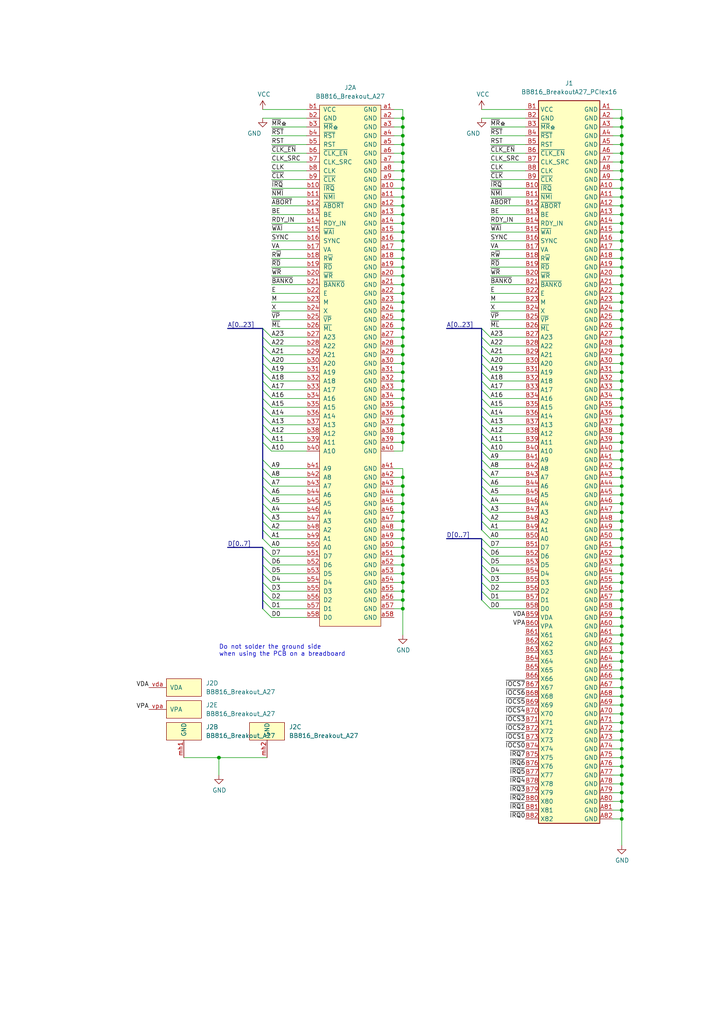
<source format=kicad_sch>
(kicad_sch (version 20231120) (generator "eeschema") (generator_version "8.0")
  (paper "A4" portrait)
  (junction (at 180.34 54.61))
  (junction (at 180.34 128.27))
  (junction (at 180.34 214.63))
  (junction (at 116.84 173.99))
  (junction (at 116.84 69.85))
  (junction (at 116.84 95.25))
  (junction (at 180.34 118.11))
  (junction (at 180.34 44.45))
  (junction (at 116.84 92.71))
  (junction (at 180.34 59.69))
  (junction (at 180.34 209.55))
  (junction (at 180.34 92.71))
  (junction (at 180.34 135.89))
  (junction (at 180.34 179.07))
  (junction (at 116.84 59.69))
  (junction (at 180.34 72.39))
  (junction (at 180.34 173.99))
  (junction (at 180.34 77.47))
  (junction (at 180.34 74.93))
  (junction (at 116.84 64.77))
  (junction (at 180.34 217.17))
  (junction (at 180.34 102.87))
  (junction (at 180.34 100.33))
  (junction (at 116.84 176.53))
  (junction (at 180.34 90.17))
  (junction (at 116.84 100.33))
  (junction (at 180.34 49.53))
  (junction (at 116.84 138.43))
  (junction (at 180.34 125.73))
  (junction (at 180.34 148.59))
  (junction (at 180.34 87.63))
  (junction (at 116.84 74.93))
  (junction (at 180.34 224.79))
  (junction (at 180.34 219.71))
  (junction (at 180.34 138.43))
  (junction (at 116.84 105.41))
  (junction (at 180.34 105.41))
  (junction (at 116.84 85.09))
  (junction (at 116.84 110.49))
  (junction (at 116.84 57.15))
  (junction (at 116.84 143.51))
  (junction (at 180.34 107.95))
  (junction (at 116.84 120.65))
  (junction (at 180.34 166.37))
  (junction (at 180.34 46.99))
  (junction (at 180.34 34.29))
  (junction (at 116.84 151.13))
  (junction (at 116.84 107.95))
  (junction (at 180.34 199.39))
  (junction (at 116.84 118.11))
  (junction (at 180.34 41.91))
  (junction (at 180.34 201.93))
  (junction (at 180.34 130.81))
  (junction (at 180.34 153.67))
  (junction (at 116.84 113.03))
  (junction (at 180.34 163.83))
  (junction (at 180.34 133.35))
  (junction (at 180.34 194.31))
  (junction (at 180.34 184.15))
  (junction (at 180.34 67.31))
  (junction (at 116.84 166.37))
  (junction (at 63.5 219.71))
  (junction (at 180.34 237.49))
  (junction (at 116.84 44.45))
  (junction (at 180.34 171.45))
  (junction (at 116.84 97.79))
  (junction (at 180.34 176.53))
  (junction (at 180.34 222.25))
  (junction (at 116.84 128.27))
  (junction (at 180.34 204.47))
  (junction (at 180.34 227.33))
  (junction (at 116.84 158.75))
  (junction (at 180.34 110.49))
  (junction (at 116.84 77.47))
  (junction (at 116.84 102.87))
  (junction (at 180.34 82.55))
  (junction (at 116.84 52.07))
  (junction (at 116.84 39.37))
  (junction (at 180.34 85.09))
  (junction (at 116.84 156.21))
  (junction (at 180.34 52.07))
  (junction (at 180.34 189.23))
  (junction (at 116.84 62.23))
  (junction (at 180.34 97.79))
  (junction (at 116.84 36.83))
  (junction (at 180.34 95.25))
  (junction (at 180.34 69.85))
  (junction (at 116.84 46.99))
  (junction (at 116.84 90.17))
  (junction (at 116.84 171.45))
  (junction (at 180.34 168.91))
  (junction (at 180.34 120.65))
  (junction (at 116.84 67.31))
  (junction (at 180.34 186.69))
  (junction (at 116.84 54.61))
  (junction (at 116.84 146.05))
  (junction (at 116.84 34.29))
  (junction (at 180.34 62.23))
  (junction (at 180.34 191.77))
  (junction (at 180.34 36.83))
  (junction (at 116.84 140.97))
  (junction (at 180.34 57.15))
  (junction (at 180.34 207.01))
  (junction (at 180.34 115.57))
  (junction (at 116.84 82.55))
  (junction (at 180.34 156.21))
  (junction (at 116.84 125.73))
  (junction (at 180.34 161.29))
  (junction (at 180.34 158.75))
  (junction (at 116.84 115.57))
  (junction (at 180.34 196.85))
  (junction (at 116.84 123.19))
  (junction (at 180.34 232.41))
  (junction (at 180.34 146.05))
  (junction (at 116.84 49.53))
  (junction (at 116.84 80.01))
  (junction (at 116.84 72.39))
  (junction (at 180.34 234.95))
  (junction (at 180.34 39.37))
  (junction (at 116.84 148.59))
  (junction (at 180.34 143.51))
  (junction (at 116.84 163.83))
  (junction (at 180.34 181.61))
  (junction (at 116.84 87.63))
  (junction (at 116.84 41.91))
  (junction (at 116.84 153.67))
  (junction (at 116.84 161.29))
  (junction (at 180.34 113.03))
  (junction (at 180.34 80.01))
  (junction (at 180.34 151.13))
  (junction (at 180.34 229.87))
  (junction (at 116.84 168.91))
  (junction (at 180.34 212.09))
  (junction (at 180.34 123.19))
  (junction (at 180.34 140.97))
  (junction (at 180.34 64.77))
  (bus_entry (at 76.2 138.43) (size 2.54 2.54))
  (bus_entry (at 76.2 153.67) (size 2.54 2.54))
  (bus_entry (at 139.7 151.13) (size 2.54 2.54))
  (bus_entry (at 139.7 125.73) (size 2.54 2.54))
  (bus_entry (at 139.7 146.05) (size 2.54 2.54))
  (bus_entry (at 139.7 118.11) (size 2.54 2.54))
  (bus_entry (at 76.2 120.65) (size 2.54 2.54))
  (bus_entry (at 139.7 168.91) (size 2.54 2.54))
  (bus_entry (at 139.7 156.21) (size 2.54 2.54))
  (bus_entry (at 139.7 97.79) (size 2.54 2.54))
  (bus_entry (at 139.7 161.29) (size 2.54 2.54))
  (bus_entry (at 76.2 151.13) (size 2.54 2.54))
  (bus_entry (at 139.7 113.03) (size 2.54 2.54))
  (bus_entry (at 139.7 102.87) (size 2.54 2.54))
  (bus_entry (at 76.2 100.33) (size 2.54 2.54))
  (bus_entry (at 76.2 166.37) (size 2.54 2.54))
  (bus_entry (at 76.2 161.29) (size 2.54 2.54))
  (bus_entry (at 76.2 163.83) (size 2.54 2.54))
  (bus_entry (at 139.7 171.45) (size 2.54 2.54))
  (bus_entry (at 139.7 140.97) (size 2.54 2.54))
  (bus_entry (at 76.2 125.73) (size 2.54 2.54))
  (bus_entry (at 76.2 146.05) (size 2.54 2.54))
  (bus_entry (at 139.7 95.25) (size 2.54 2.54))
  (bus_entry (at 76.2 135.89) (size 2.54 2.54))
  (bus_entry (at 76.2 148.59) (size 2.54 2.54))
  (bus_entry (at 76.2 113.03) (size 2.54 2.54))
  (bus_entry (at 139.7 120.65) (size 2.54 2.54))
  (bus_entry (at 76.2 168.91) (size 2.54 2.54))
  (bus_entry (at 76.2 176.53) (size 2.54 2.54))
  (bus_entry (at 76.2 158.75) (size 2.54 2.54))
  (bus_entry (at 139.7 138.43) (size 2.54 2.54))
  (bus_entry (at 76.2 128.27) (size 2.54 2.54))
  (bus_entry (at 76.2 102.87) (size 2.54 2.54))
  (bus_entry (at 76.2 133.35) (size 2.54 2.54))
  (bus_entry (at 76.2 118.11) (size 2.54 2.54))
  (bus_entry (at 139.7 105.41) (size 2.54 2.54))
  (bus_entry (at 139.7 166.37) (size 2.54 2.54))
  (bus_entry (at 139.7 163.83) (size 2.54 2.54))
  (bus_entry (at 76.2 171.45) (size 2.54 2.54))
  (bus_entry (at 76.2 105.41) (size 2.54 2.54))
  (bus_entry (at 76.2 156.21) (size 2.54 2.54))
  (bus_entry (at 76.2 173.99) (size 2.54 2.54))
  (bus_entry (at 139.7 148.59) (size 2.54 2.54))
  (bus_entry (at 76.2 140.97) (size 2.54 2.54))
  (bus_entry (at 139.7 133.35) (size 2.54 2.54))
  (bus_entry (at 139.7 173.99) (size 2.54 2.54))
  (bus_entry (at 139.7 100.33) (size 2.54 2.54))
  (bus_entry (at 76.2 115.57) (size 2.54 2.54))
  (bus_entry (at 76.2 123.19) (size 2.54 2.54))
  (bus_entry (at 139.7 107.95) (size 2.54 2.54))
  (bus_entry (at 139.7 143.51) (size 2.54 2.54))
  (bus_entry (at 139.7 158.75) (size 2.54 2.54))
  (bus_entry (at 139.7 128.27) (size 2.54 2.54))
  (bus_entry (at 76.2 110.49) (size 2.54 2.54))
  (bus_entry (at 139.7 110.49) (size 2.54 2.54))
  (bus_entry (at 139.7 135.89) (size 2.54 2.54))
  (bus_entry (at 139.7 123.19) (size 2.54 2.54))
  (bus_entry (at 76.2 95.25) (size 2.54 2.54))
  (bus_entry (at 76.2 143.51) (size 2.54 2.54))
  (bus_entry (at 139.7 153.67) (size 2.54 2.54))
  (bus_entry (at 139.7 115.57) (size 2.54 2.54))
  (bus_entry (at 76.2 97.79) (size 2.54 2.54))
  (bus_entry (at 139.7 130.81) (size 2.54 2.54))
  (bus_entry (at 76.2 107.95) (size 2.54 2.54))
  (wire (pts (xy 180.34 158.75) (xy 177.8 158.75)))
  (wire (pts (xy 180.34 46.99) (xy 180.34 49.53)))
  (wire (pts (xy 142.24 168.91) (xy 152.4 168.91)))
  (wire (pts (xy 116.84 52.07) (xy 114.3 52.07)))
  (bus (pts (xy 139.7 100.33) (xy 139.7 97.79)))
  (wire (pts (xy 180.34 77.47) (xy 177.8 77.47)))
  (wire (pts (xy 180.34 135.89) (xy 177.8 135.89)))
  (wire (pts (xy 142.24 57.15) (xy 152.4 57.15)))
  (wire (pts (xy 142.24 110.49) (xy 152.4 110.49)))
  (wire (pts (xy 78.74 90.17) (xy 88.9 90.17)))
  (wire (pts (xy 116.84 39.37) (xy 114.3 39.37)))
  (wire (pts (xy 180.34 209.55) (xy 180.34 212.09)))
  (wire (pts (xy 116.84 135.89) (xy 116.84 138.43)))
  (wire (pts (xy 180.34 138.43) (xy 180.34 140.97)))
  (wire (pts (xy 180.34 148.59) (xy 180.34 151.13)))
  (bus (pts (xy 139.7 125.73) (xy 139.7 123.19)))
  (wire (pts (xy 142.24 158.75) (xy 152.4 158.75)))
  (wire (pts (xy 180.34 36.83) (xy 177.8 36.83)))
  (wire (pts (xy 142.24 92.71) (xy 152.4 92.71)))
  (wire (pts (xy 78.74 69.85) (xy 88.9 69.85)))
  (wire (pts (xy 63.5 219.71) (xy 77.47 219.71)))
  (wire (pts (xy 180.34 161.29) (xy 180.34 163.83)))
  (wire (pts (xy 180.34 148.59) (xy 177.8 148.59)))
  (wire (pts (xy 180.34 199.39) (xy 177.8 199.39)))
  (wire (pts (xy 180.34 90.17) (xy 177.8 90.17)))
  (bus (pts (xy 76.2 128.27) (xy 76.2 125.73)))
  (wire (pts (xy 142.24 138.43) (xy 152.4 138.43)))
  (wire (pts (xy 116.84 118.11) (xy 114.3 118.11)))
  (wire (pts (xy 142.24 143.51) (xy 152.4 143.51)))
  (wire (pts (xy 78.74 54.61) (xy 88.9 54.61)))
  (bus (pts (xy 76.2 161.29) (xy 76.2 163.83)))
  (wire (pts (xy 180.34 217.17) (xy 177.8 217.17)))
  (bus (pts (xy 139.7 151.13) (xy 139.7 153.67)))
  (wire (pts (xy 78.74 77.47) (xy 88.9 77.47)))
  (wire (pts (xy 180.34 34.29) (xy 180.34 36.83)))
  (wire (pts (xy 180.34 204.47) (xy 180.34 207.01)))
  (wire (pts (xy 142.24 67.31) (xy 152.4 67.31)))
  (wire (pts (xy 78.74 39.37) (xy 88.9 39.37)))
  (wire (pts (xy 116.84 113.03) (xy 116.84 115.57)))
  (wire (pts (xy 180.34 199.39) (xy 180.34 201.93)))
  (wire (pts (xy 180.34 201.93) (xy 180.34 204.47)))
  (wire (pts (xy 180.34 176.53) (xy 180.34 179.07)))
  (wire (pts (xy 116.84 163.83) (xy 114.3 163.83)))
  (bus (pts (xy 76.2 135.89) (xy 76.2 133.35)))
  (wire (pts (xy 142.24 46.99) (xy 152.4 46.99)))
  (wire (pts (xy 180.34 176.53) (xy 177.8 176.53)))
  (wire (pts (xy 142.24 146.05) (xy 152.4 146.05)))
  (wire (pts (xy 78.74 123.19) (xy 88.9 123.19)))
  (wire (pts (xy 180.34 41.91) (xy 180.34 44.45)))
  (wire (pts (xy 180.34 110.49) (xy 177.8 110.49)))
  (wire (pts (xy 78.74 87.63) (xy 88.9 87.63)))
  (wire (pts (xy 180.34 41.91) (xy 177.8 41.91)))
  (wire (pts (xy 180.34 166.37) (xy 177.8 166.37)))
  (wire (pts (xy 180.34 74.93) (xy 180.34 77.47)))
  (wire (pts (xy 180.34 133.35) (xy 180.34 135.89)))
  (wire (pts (xy 116.84 128.27) (xy 114.3 128.27)))
  (wire (pts (xy 142.24 176.53) (xy 152.4 176.53)))
  (wire (pts (xy 78.74 173.99) (xy 88.9 173.99)))
  (bus (pts (xy 76.2 148.59) (xy 76.2 146.05)))
  (wire (pts (xy 142.24 90.17) (xy 152.4 90.17)))
  (bus (pts (xy 76.2 97.79) (xy 76.2 95.25)))
  (wire (pts (xy 180.34 130.81) (xy 177.8 130.81)))
  (wire (pts (xy 78.74 72.39) (xy 88.9 72.39)))
  (wire (pts (xy 116.84 158.75) (xy 114.3 158.75)))
  (wire (pts (xy 116.84 163.83) (xy 116.84 166.37)))
  (wire (pts (xy 78.74 179.07) (xy 88.9 179.07)))
  (wire (pts (xy 116.84 125.73) (xy 114.3 125.73)))
  (wire (pts (xy 180.34 179.07) (xy 177.8 179.07)))
  (bus (pts (xy 139.7 151.13) (xy 139.7 148.59)))
  (wire (pts (xy 78.74 115.57) (xy 88.9 115.57)))
  (wire (pts (xy 116.84 80.01) (xy 116.84 82.55)))
  (wire (pts (xy 78.74 49.53) (xy 88.9 49.53)))
  (wire (pts (xy 180.34 173.99) (xy 177.8 173.99)))
  (wire (pts (xy 180.34 102.87) (xy 180.34 105.41)))
  (wire (pts (xy 180.34 62.23) (xy 177.8 62.23)))
  (wire (pts (xy 180.34 80.01) (xy 180.34 82.55)))
  (wire (pts (xy 116.84 118.11) (xy 116.84 120.65)))
  (wire (pts (xy 116.84 143.51) (xy 114.3 143.51)))
  (wire (pts (xy 180.34 44.45) (xy 177.8 44.45)))
  (wire (pts (xy 180.34 209.55) (xy 177.8 209.55)))
  (wire (pts (xy 142.24 128.27) (xy 152.4 128.27)))
  (bus (pts (xy 139.7 163.83) (xy 139.7 166.37)))
  (wire (pts (xy 142.24 41.91) (xy 152.4 41.91)))
  (wire (pts (xy 116.84 64.77) (xy 116.84 67.31)))
  (wire (pts (xy 78.74 156.21) (xy 88.9 156.21)))
  (bus (pts (xy 139.7 128.27) (xy 139.7 125.73)))
  (wire (pts (xy 180.34 31.75) (xy 180.34 34.29)))
  (wire (pts (xy 142.24 97.79) (xy 152.4 97.79)))
  (bus (pts (xy 139.7 115.57) (xy 139.7 113.03)))
  (wire (pts (xy 180.34 214.63) (xy 180.34 217.17)))
  (wire (pts (xy 116.84 62.23) (xy 116.84 64.77)))
  (bus (pts (xy 76.2 153.67) (xy 76.2 151.13)))
  (wire (pts (xy 142.24 82.55) (xy 152.4 82.55)))
  (wire (pts (xy 180.34 212.09) (xy 180.34 214.63)))
  (wire (pts (xy 180.34 95.25) (xy 177.8 95.25)))
  (wire (pts (xy 142.24 69.85) (xy 152.4 69.85)))
  (wire (pts (xy 142.24 77.47) (xy 152.4 77.47)))
  (bus (pts (xy 139.7 133.35) (xy 139.7 130.81)))
  (wire (pts (xy 116.84 64.77) (xy 114.3 64.77)))
  (wire (pts (xy 116.84 151.13) (xy 116.84 153.67)))
  (bus (pts (xy 76.2 120.65) (xy 76.2 118.11)))
  (wire (pts (xy 180.34 69.85) (xy 180.34 72.39)))
  (wire (pts (xy 78.74 146.05) (xy 88.9 146.05)))
  (bus (pts (xy 76.2 171.45) (xy 76.2 173.99)))
  (wire (pts (xy 180.34 196.85) (xy 177.8 196.85)))
  (wire (pts (xy 180.34 115.57) (xy 177.8 115.57)))
  (wire (pts (xy 180.34 133.35) (xy 177.8 133.35)))
  (wire (pts (xy 180.34 194.31) (xy 177.8 194.31)))
  (bus (pts (xy 139.7 148.59) (xy 139.7 146.05)))
  (wire (pts (xy 78.74 166.37) (xy 88.9 166.37)))
  (wire (pts (xy 116.84 156.21) (xy 114.3 156.21)))
  (wire (pts (xy 180.34 189.23) (xy 180.34 191.77)))
  (wire (pts (xy 116.84 153.67) (xy 116.84 156.21)))
  (wire (pts (xy 78.74 125.73) (xy 88.9 125.73)))
  (wire (pts (xy 78.74 161.29) (xy 88.9 161.29)))
  (wire (pts (xy 78.74 80.01) (xy 88.9 80.01)))
  (wire (pts (xy 116.84 44.45) (xy 114.3 44.45)))
  (wire (pts (xy 142.24 135.89) (xy 152.4 135.89)))
  (wire (pts (xy 142.24 140.97) (xy 152.4 140.97)))
  (wire (pts (xy 142.24 44.45) (xy 152.4 44.45)))
  (wire (pts (xy 180.34 179.07) (xy 180.34 181.61)))
  (wire (pts (xy 180.34 69.85) (xy 177.8 69.85)))
  (wire (pts (xy 142.24 39.37) (xy 152.4 39.37)))
  (wire (pts (xy 180.34 31.75) (xy 177.8 31.75)))
  (wire (pts (xy 180.34 97.79) (xy 177.8 97.79)))
  (wire (pts (xy 180.34 156.21) (xy 180.34 158.75)))
  (bus (pts (xy 129.54 95.25) (xy 139.7 95.25)))
  (wire (pts (xy 116.84 44.45) (xy 116.84 46.99)))
  (wire (pts (xy 142.24 161.29) (xy 152.4 161.29)))
  (wire (pts (xy 180.34 110.49) (xy 180.34 113.03)))
  (bus (pts (xy 76.2 151.13) (xy 76.2 148.59)))
  (wire (pts (xy 180.34 97.79) (xy 180.34 100.33)))
  (bus (pts (xy 76.2 173.99) (xy 76.2 176.53)))
  (wire (pts (xy 116.84 69.85) (xy 114.3 69.85)))
  (wire (pts (xy 78.74 92.71) (xy 88.9 92.71)))
  (wire (pts (xy 180.34 92.71) (xy 180.34 95.25)))
  (wire (pts (xy 180.34 234.95) (xy 180.34 237.49)))
  (wire (pts (xy 177.8 118.11) (xy 180.34 118.11)))
  (wire (pts (xy 116.84 151.13) (xy 114.3 151.13)))
  (bus (pts (xy 76.2 163.83) (xy 76.2 166.37)))
  (wire (pts (xy 116.84 74.93) (xy 116.84 77.47)))
  (wire (pts (xy 180.34 153.67) (xy 177.8 153.67)))
  (wire (pts (xy 142.24 151.13) (xy 152.4 151.13)))
  (wire (pts (xy 116.84 87.63) (xy 114.3 87.63)))
  (wire (pts (xy 180.34 156.21) (xy 177.8 156.21)))
  (wire (pts (xy 180.34 186.69) (xy 177.8 186.69)))
  (wire (pts (xy 180.34 120.65) (xy 180.34 123.19)))
  (wire (pts (xy 180.34 219.71) (xy 177.8 219.71)))
  (bus (pts (xy 139.7 143.51) (xy 139.7 140.97)))
  (wire (pts (xy 142.24 105.41) (xy 152.4 105.41)))
  (wire (pts (xy 142.24 107.95) (xy 152.4 107.95)))
  (wire (pts (xy 116.84 120.65) (xy 116.84 123.19)))
  (wire (pts (xy 116.84 97.79) (xy 116.84 100.33)))
  (bus (pts (xy 76.2 125.73) (xy 76.2 123.19)))
  (wire (pts (xy 142.24 87.63) (xy 152.4 87.63)))
  (wire (pts (xy 142.24 49.53) (xy 152.4 49.53)))
  (bus (pts (xy 129.54 156.21) (xy 139.7 156.21)))
  (wire (pts (xy 142.24 54.61) (xy 152.4 54.61)))
  (wire (pts (xy 78.74 82.55) (xy 88.9 82.55)))
  (wire (pts (xy 116.84 39.37) (xy 116.84 41.91)))
  (wire (pts (xy 180.34 229.87) (xy 177.8 229.87)))
  (wire (pts (xy 180.34 100.33) (xy 177.8 100.33)))
  (bus (pts (xy 139.7 97.79) (xy 139.7 95.25)))
  (wire (pts (xy 78.74 64.77) (xy 88.9 64.77)))
  (wire (pts (xy 180.34 214.63) (xy 177.8 214.63)))
  (bus (pts (xy 76.2 102.87) (xy 76.2 100.33)))
  (wire (pts (xy 180.34 163.83) (xy 180.34 166.37)))
  (wire (pts (xy 116.84 57.15) (xy 116.84 59.69)))
  (wire (pts (xy 116.84 54.61) (xy 114.3 54.61)))
  (wire (pts (xy 116.84 140.97) (xy 116.84 143.51)))
  (bus (pts (xy 139.7 138.43) (xy 139.7 135.89)))
  (wire (pts (xy 116.84 153.67) (xy 114.3 153.67)))
  (bus (pts (xy 139.7 166.37) (xy 139.7 168.91)))
  (bus (pts (xy 76.2 166.37) (xy 76.2 168.91)))
  (wire (pts (xy 180.34 49.53) (xy 177.8 49.53)))
  (wire (pts (xy 180.34 67.31) (xy 177.8 67.31)))
  (wire (pts (xy 142.24 166.37) (xy 152.4 166.37)))
  (wire (pts (xy 180.34 74.93) (xy 177.8 74.93)))
  (wire (pts (xy 180.34 204.47) (xy 177.8 204.47)))
  (wire (pts (xy 116.84 74.93) (xy 114.3 74.93)))
  (wire (pts (xy 78.74 46.99) (xy 88.9 46.99)))
  (wire (pts (xy 116.84 31.75) (xy 114.3 31.75)))
  (wire (pts (xy 180.34 234.95) (xy 177.8 234.95)))
  (wire (pts (xy 142.24 64.77) (xy 152.4 64.77)))
  (bus (pts (xy 139.7 140.97) (xy 139.7 138.43)))
  (wire (pts (xy 116.84 176.53) (xy 114.3 176.53)))
  (wire (pts (xy 116.84 123.19) (xy 116.84 125.73)))
  (wire (pts (xy 180.34 118.11) (xy 180.34 120.65)))
  (wire (pts (xy 116.84 173.99) (xy 116.84 176.53)))
  (wire (pts (xy 180.34 222.25) (xy 177.8 222.25)))
  (wire (pts (xy 180.34 232.41) (xy 177.8 232.41)))
  (wire (pts (xy 78.74 176.53) (xy 88.9 176.53)))
  (wire (pts (xy 78.74 140.97) (xy 88.9 140.97)))
  (wire (pts (xy 116.84 31.75) (xy 116.84 34.29)))
  (wire (pts (xy 180.34 85.09) (xy 180.34 87.63)))
  (wire (pts (xy 116.84 82.55) (xy 114.3 82.55)))
  (wire (pts (xy 139.7 34.29) (xy 152.4 34.29)))
  (wire (pts (xy 116.84 67.31) (xy 114.3 67.31)))
  (wire (pts (xy 180.34 95.25) (xy 180.34 97.79)))
  (wire (pts (xy 180.34 158.75) (xy 180.34 161.29)))
  (wire (pts (xy 78.74 135.89) (xy 88.9 135.89)))
  (wire (pts (xy 78.74 171.45) (xy 88.9 171.45)))
  (wire (pts (xy 180.34 113.03) (xy 177.8 113.03)))
  (wire (pts (xy 180.34 123.19) (xy 180.34 125.73)))
  (wire (pts (xy 116.84 90.17) (xy 116.84 92.71)))
  (wire (pts (xy 116.84 115.57) (xy 114.3 115.57)))
  (wire (pts (xy 180.34 34.29) (xy 177.8 34.29)))
  (bus (pts (xy 76.2 105.41) (xy 76.2 102.87)))
  (wire (pts (xy 180.34 52.07) (xy 180.34 54.61)))
  (wire (pts (xy 180.34 105.41) (xy 177.8 105.41)))
  (wire (pts (xy 180.34 100.33) (xy 180.34 102.87)))
  (wire (pts (xy 180.34 181.61) (xy 177.8 181.61)))
  (wire (pts (xy 180.34 168.91) (xy 177.8 168.91)))
  (wire (pts (xy 180.34 90.17) (xy 180.34 92.71)))
  (wire (pts (xy 116.84 161.29) (xy 114.3 161.29)))
  (wire (pts (xy 180.34 36.83) (xy 180.34 39.37)))
  (wire (pts (xy 116.84 85.09) (xy 114.3 85.09)))
  (wire (pts (xy 142.24 118.11) (xy 152.4 118.11)))
  (bus (pts (xy 139.7 171.45) (xy 139.7 173.99)))
  (wire (pts (xy 78.74 153.67) (xy 88.9 153.67)))
  (wire (pts (xy 116.84 59.69) (xy 114.3 59.69)))
  (bus (pts (xy 76.2 107.95) (xy 76.2 105.41)))
  (wire (pts (xy 180.34 140.97) (xy 180.34 143.51)))
  (wire (pts (xy 116.84 148.59) (xy 114.3 148.59)))
  (wire (pts (xy 180.34 194.31) (xy 180.34 196.85)))
  (bus (pts (xy 76.2 123.19) (xy 76.2 120.65)))
  (wire (pts (xy 142.24 62.23) (xy 152.4 62.23)))
  (wire (pts (xy 180.34 186.69) (xy 180.34 189.23)))
  (wire (pts (xy 116.84 77.47) (xy 114.3 77.47)))
  (wire (pts (xy 180.34 161.29) (xy 177.8 161.29)))
  (bus (pts (xy 76.2 156.21) (xy 76.2 153.67)))
  (wire (pts (xy 180.34 207.01) (xy 180.34 209.55)))
  (wire (pts (xy 78.74 62.23) (xy 88.9 62.23)))
  (wire (pts (xy 180.34 82.55) (xy 177.8 82.55)))
  (wire (pts (xy 53.34 219.71) (xy 63.5 219.71)))
  (wire (pts (xy 116.84 161.29) (xy 116.84 163.83)))
  (wire (pts (xy 142.24 171.45) (xy 152.4 171.45)))
  (wire (pts (xy 142.24 156.21) (xy 152.4 156.21)))
  (bus (pts (xy 66.04 158.75) (xy 76.2 158.75)))
  (wire (pts (xy 78.74 168.91) (xy 88.9 168.91)))
  (bus (pts (xy 76.2 140.97) (xy 76.2 138.43)))
  (wire (pts (xy 180.34 92.71) (xy 177.8 92.71)))
  (wire (pts (xy 116.84 102.87) (xy 116.84 105.41)))
  (wire (pts (xy 116.84 125.73) (xy 116.84 128.27)))
  (wire (pts (xy 116.84 138.43) (xy 116.84 140.97)))
  (wire (pts (xy 180.34 143.51) (xy 180.34 146.05)))
  (wire (pts (xy 142.24 130.81) (xy 152.4 130.81)))
  (wire (pts (xy 116.84 166.37) (xy 116.84 168.91)))
  (wire (pts (xy 180.34 227.33) (xy 180.34 229.87)))
  (wire (pts (xy 142.24 113.03) (xy 152.4 113.03)))
  (wire (pts (xy 78.74 59.69) (xy 88.9 59.69)))
  (wire (pts (xy 116.84 110.49) (xy 116.84 113.03)))
  (wire (pts (xy 116.84 138.43) (xy 114.3 138.43)))
  (wire (pts (xy 180.34 153.67) (xy 180.34 156.21)))
  (wire (pts (xy 180.34 107.95) (xy 180.34 110.49)))
  (wire (pts (xy 180.34 107.95) (xy 177.8 107.95)))
  (bus (pts (xy 139.7 135.89) (xy 139.7 133.35)))
  (wire (pts (xy 180.34 125.73) (xy 180.34 128.27)))
  (wire (pts (xy 142.24 36.83) (xy 152.4 36.83)))
  (wire (pts (xy 180.34 57.15) (xy 177.8 57.15)))
  (wire (pts (xy 177.8 59.69) (xy 180.34 59.69)))
  (wire (pts (xy 180.34 115.57) (xy 180.34 118.11)))
  (wire (pts (xy 180.34 227.33) (xy 177.8 227.33)))
  (wire (pts (xy 78.74 41.91) (xy 88.9 41.91)))
  (wire (pts (xy 180.34 39.37) (xy 177.8 39.37)))
  (wire (pts (xy 142.24 163.83) (xy 152.4 163.83)))
  (bus (pts (xy 139.7 118.11) (xy 139.7 115.57)))
  (wire (pts (xy 180.34 120.65) (xy 177.8 120.65)))
  (wire (pts (xy 142.24 123.19) (xy 152.4 123.19)))
  (wire (pts (xy 78.74 100.33) (xy 88.9 100.33)))
  (wire (pts (xy 78.74 148.59) (xy 88.9 148.59)))
  (wire (pts (xy 78.74 107.95) (xy 88.9 107.95)))
  (wire (pts (xy 116.84 158.75) (xy 116.84 161.29)))
  (bus (pts (xy 139.7 123.19) (xy 139.7 120.65)))
  (wire (pts (xy 116.84 140.97) (xy 114.3 140.97)))
  (wire (pts (xy 180.34 125.73) (xy 177.8 125.73)))
  (wire (pts (xy 116.84 168.91) (xy 114.3 168.91)))
  (wire (pts (xy 116.84 62.23) (xy 114.3 62.23)))
  (wire (pts (xy 78.74 138.43) (xy 88.9 138.43)))
  (wire (pts (xy 142.24 115.57) (xy 152.4 115.57)))
  (wire (pts (xy 180.34 138.43) (xy 177.8 138.43)))
  (wire (pts (xy 180.34 224.79) (xy 177.8 224.79)))
  (wire (pts (xy 180.34 72.39) (xy 180.34 74.93)))
  (wire (pts (xy 116.84 95.25) (xy 114.3 95.25)))
  (wire (pts (xy 142.24 120.65) (xy 152.4 120.65)))
  (wire (pts (xy 116.84 36.83) (xy 116.84 39.37)))
  (wire (pts (xy 78.74 52.07) (xy 88.9 52.07)))
  (wire (pts (xy 116.84 41.91) (xy 114.3 41.91)))
  (wire (pts (xy 180.34 201.93) (xy 177.8 201.93)))
  (wire (pts (xy 142.24 52.07) (xy 152.4 52.07)))
  (bus (pts (xy 139.7 107.95) (xy 139.7 105.41)))
  (wire (pts (xy 116.84 156.21) (xy 116.84 158.75)))
  (wire (pts (xy 116.84 36.83) (xy 114.3 36.83)))
  (wire (pts (xy 78.74 120.65) (xy 88.9 120.65)))
  (wire (pts (xy 180.34 39.37) (xy 180.34 41.91)))
  (wire (pts (xy 180.34 105.41) (xy 180.34 107.95)))
  (bus (pts (xy 139.7 146.05) (xy 139.7 143.51)))
  (wire (pts (xy 78.74 130.81) (xy 88.9 130.81)))
  (wire (pts (xy 142.24 74.93) (xy 152.4 74.93)))
  (wire (pts (xy 180.34 146.05) (xy 177.8 146.05)))
  (bus (pts (xy 139.7 168.91) (xy 139.7 171.45)))
  (wire (pts (xy 142.24 148.59) (xy 152.4 148.59)))
  (wire (pts (xy 116.84 102.87) (xy 114.3 102.87)))
  (wire (pts (xy 180.34 113.03) (xy 180.34 115.57)))
  (wire (pts (xy 116.84 49.53) (xy 116.84 52.07)))
  (wire (pts (xy 116.84 57.15) (xy 114.3 57.15)))
  (wire (pts (xy 116.84 92.71) (xy 116.84 95.25)))
  (bus (pts (xy 76.2 115.57) (xy 76.2 113.03)))
  (bus (pts (xy 139.7 156.21) (xy 139.7 158.75)))
  (wire (pts (xy 116.84 59.69) (xy 116.84 62.23)))
  (wire (pts (xy 180.34 54.61) (xy 180.34 57.15)))
  (wire (pts (xy 139.7 31.75) (xy 152.4 31.75)))
  (wire (pts (xy 116.84 80.01) (xy 114.3 80.01)))
  (wire (pts (xy 116.84 120.65) (xy 114.3 120.65)))
  (wire (pts (xy 78.74 44.45) (xy 88.9 44.45)))
  (wire (pts (xy 180.34 151.13) (xy 177.8 151.13)))
  (wire (pts (xy 142.24 102.87) (xy 152.4 102.87)))
  (wire (pts (xy 78.74 102.87) (xy 88.9 102.87)))
  (wire (pts (xy 78.74 143.51) (xy 88.9 143.51)))
  (bus (pts (xy 76.2 143.51) (xy 76.2 140.97)))
  (wire (pts (xy 78.74 105.41) (xy 88.9 105.41)))
  (wire (pts (xy 116.84 46.99) (xy 116.84 49.53)))
  (wire (pts (xy 116.84 115.57) (xy 116.84 118.11)))
  (wire (pts (xy 180.34 173.99) (xy 180.34 176.53)))
  (wire (pts (xy 142.24 72.39) (xy 152.4 72.39)))
  (wire (pts (xy 180.34 171.45) (xy 180.34 173.99)))
  (wire (pts (xy 116.84 100.33) (xy 114.3 100.33)))
  (wire (pts (xy 63.5 224.79) (xy 63.5 219.71)))
  (wire (pts (xy 116.84 171.45) (xy 114.3 171.45)))
  (wire (pts (xy 180.34 64.77) (xy 180.34 67.31)))
  (wire (pts (xy 180.34 87.63) (xy 180.34 90.17)))
  (wire (pts (xy 116.84 90.17) (xy 114.3 90.17)))
  (bus (pts (xy 76.2 146.05) (xy 76.2 143.51)))
  (bus (pts (xy 76.2 138.43) (xy 76.2 135.89)))
  (wire (pts (xy 116.84 34.29) (xy 114.3 34.29)))
  (wire (pts (xy 180.34 140.97) (xy 177.8 140.97)))
  (wire (pts (xy 180.34 67.31) (xy 180.34 69.85)))
  (wire (pts (xy 78.74 74.93) (xy 88.9 74.93)))
  (wire (pts (xy 116.84 67.31) (xy 116.84 69.85)))
  (wire (pts (xy 116.84 34.29) (xy 116.84 36.83)))
  (wire (pts (xy 142.24 153.67) (xy 152.4 153.67)))
  (wire (pts (xy 142.24 59.69) (xy 152.4 59.69)))
  (wire (pts (xy 180.34 171.45) (xy 177.8 171.45)))
  (wire (pts (xy 180.34 49.53) (xy 180.34 52.07)))
  (wire (pts (xy 116.84 92.71) (xy 114.3 92.71)))
  (wire (pts (xy 180.34 232.41) (xy 180.34 234.95)))
  (wire (pts (xy 142.24 80.01) (xy 152.4 80.01)))
  (wire (pts (xy 180.34 168.91) (xy 180.34 171.45)))
  (wire (pts (xy 180.34 217.17) (xy 180.34 219.71)))
  (bus (pts (xy 139.7 102.87) (xy 139.7 100.33)))
  (bus (pts (xy 76.2 100.33) (xy 76.2 97.79)))
  (bus (pts (xy 139.7 161.29) (xy 139.7 163.83)))
  (wire (pts (xy 116.84 41.91) (xy 116.84 44.45)))
  (wire (pts (xy 180.34 72.39) (xy 177.8 72.39)))
  (wire (pts (xy 180.34 85.09) (xy 177.8 85.09)))
  (wire (pts (xy 116.84 143.51) (xy 116.84 146.05)))
  (wire (pts (xy 78.74 128.27) (xy 88.9 128.27)))
  (wire (pts (xy 180.34 57.15) (xy 180.34 59.69)))
  (wire (pts (xy 180.34 191.77) (xy 180.34 194.31)))
  (bus (pts (xy 76.2 113.03) (xy 76.2 110.49)))
  (wire (pts (xy 180.34 102.87) (xy 177.8 102.87)))
  (wire (pts (xy 116.84 148.59) (xy 116.84 151.13)))
  (wire (pts (xy 78.74 118.11) (xy 88.9 118.11)))
  (bus (pts (xy 76.2 118.11) (xy 76.2 115.57)))
  (wire (pts (xy 116.84 95.25) (xy 116.84 97.79)))
  (wire (pts (xy 180.34 123.19) (xy 177.8 123.19)))
  (wire (pts (xy 116.84 171.45) (xy 116.84 173.99)))
  (wire (pts (xy 142.24 125.73) (xy 152.4 125.73)))
  (wire (pts (xy 180.34 64.77) (xy 177.8 64.77)))
  (wire (pts (xy 180.34 224.79) (xy 180.34 227.33)))
  (bus (pts (xy 66.04 95.25) (xy 76.2 95.25)))
  (wire (pts (xy 116.84 72.39) (xy 114.3 72.39)))
  (wire (pts (xy 180.34 52.07) (xy 177.8 52.07)))
  (wire (pts (xy 180.34 181.61) (xy 180.34 184.15)))
  (wire (pts (xy 180.34 184.15) (xy 180.34 186.69)))
  (wire (pts (xy 142.24 95.25) (xy 152.4 95.25)))
  (bus (pts (xy 139.7 107.95) (xy 139.7 110.49)))
  (wire (pts (xy 142.24 173.99) (xy 152.4 173.99)))
  (wire (pts (xy 78.74 97.79) (xy 88.9 97.79)))
  (wire (pts (xy 180.34 128.27) (xy 180.34 130.81)))
  (wire (pts (xy 180.34 143.51) (xy 177.8 143.51)))
  (wire (pts (xy 180.34 44.45) (xy 180.34 46.99)))
  (wire (pts (xy 78.74 57.15) (xy 88.9 57.15)))
  (wire (pts (xy 180.34 130.81) (xy 180.34 133.35)))
  (wire (pts (xy 142.24 133.35) (xy 152.4 133.35)))
  (bus (pts (xy 139.7 130.81) (xy 139.7 128.27)))
  (wire (pts (xy 142.24 100.33) (xy 152.4 100.33)))
  (wire (pts (xy 116.84 49.53) (xy 114.3 49.53)))
  (wire (pts (xy 78.74 95.25) (xy 88.9 95.25)))
  (wire (pts (xy 78.74 151.13) (xy 88.9 151.13)))
  (wire (pts (xy 180.34 196.85) (xy 180.34 199.39)))
  (wire (pts (xy 116.84 85.09) (xy 116.84 87.63)))
  (wire (pts (xy 116.84 173.99) (xy 114.3 173.99)))
  (wire (pts (xy 180.34 135.89) (xy 180.34 138.43)))
  (wire (pts (xy 180.34 222.25) (xy 180.34 224.79)))
  (wire (pts (xy 180.34 184.15) (xy 177.8 184.15)))
  (wire (pts (xy 116.84 87.63) (xy 116.84 90.17)))
  (wire (pts (xy 78.74 67.31) (xy 88.9 67.31)))
  (wire (pts (xy 116.84 123.19) (xy 114.3 123.19)))
  (wire (pts (xy 180.34 128.27) (xy 177.8 128.27)))
  (wire (pts (xy 116.84 135.89) (xy 114.3 135.89)))
  (wire (pts (xy 78.74 110.49) (xy 88.9 110.49)))
  (wire (pts (xy 180.34 146.05) (xy 180.34 148.59)))
  (wire (pts (xy 180.34 189.23) (xy 177.8 189.23)))
  (wire (pts (xy 180.34 191.77) (xy 177.8 191.77)))
  (wire (pts (xy 180.34 59.69) (xy 180.34 62.23)))
  (bus (pts (xy 76.2 168.91) (xy 76.2 171.45)))
  (wire (pts (xy 76.2 34.29) (xy 88.9 34.29)))
  (wire (pts (xy 78.74 163.83) (xy 88.9 163.83)))
  (bus (pts (xy 139.7 105.41) (xy 139.7 102.87)))
  (wire (pts (xy 116.84 110.49) (xy 114.3 110.49)))
  (wire (pts (xy 177.8 80.01) (xy 180.34 80.01)))
  (wire (pts (xy 142.24 85.09) (xy 152.4 85.09)))
  (wire (pts (xy 116.84 100.33) (xy 116.84 102.87)))
  (wire (pts (xy 116.84 146.05) (xy 114.3 146.05)))
  (wire (pts (xy 180.34 237.49) (xy 180.34 245.11)))
  (wire (pts (xy 180.34 229.87) (xy 180.34 232.41)))
  (wire (pts (xy 116.84 105.41) (xy 114.3 105.41)))
  (bus (pts (xy 76.2 110.49) (xy 76.2 107.95)))
  (wire (pts (xy 177.8 163.83) (xy 180.34 163.83)))
  (wire (pts (xy 116.84 52.07) (xy 116.84 54.61)))
  (wire (pts (xy 116.84 82.55) (xy 116.84 85.09)))
  (bus (pts (xy 76.2 158.75) (xy 76.2 161.29)))
  (wire (pts (xy 180.34 207.01) (xy 177.8 207.01)))
  (wire (pts (xy 180.34 212.09) (xy 177.8 212.09)))
  (wire (pts (xy 180.34 237.49) (xy 177.8 237.49)))
  (wire (pts (xy 116.84 128.27) (xy 116.84 130.81)))
  (wire (pts (xy 116.84 97.79) (xy 114.3 97.79)))
  (wire (pts (xy 116.84 130.81) (xy 114.3 130.81)))
  (wire (pts (xy 78.74 36.83) (xy 88.9 36.83)))
  (wire (pts (xy 116.84 77.47) (xy 116.84 80.01)))
  (wire (pts (xy 116.84 46.99) (xy 114.3 46.99)))
  (wire (pts (xy 116.84 69.85) (xy 116.84 72.39)))
  (wire (pts (xy 116.84 168.91) (xy 116.84 171.45)))
  (wire (pts (xy 116.84 105.41) (xy 116.84 107.95)))
  (bus (pts (xy 139.7 120.65) (xy 139.7 118.11)))
  (wire (pts (xy 180.34 87.63) (xy 177.8 87.63)))
  (wire (pts (xy 78.74 158.75) (xy 88.9 158.75)))
  (wire (pts (xy 116.84 146.05) (xy 116.84 148.59)))
  (wire (pts (xy 180.34 82.55) (xy 180.34 85.09)))
  (wire (pts (xy 180.34 62.23) (xy 180.34 64.77)))
  (wire (pts (xy 180.34 219.71) (xy 180.34 222.25)))
  (wire (pts (xy 78.74 113.03) (xy 88.9 113.03)))
  (bus (pts (xy 139.7 158.75) (xy 139.7 161.29)))
  (bus (pts (xy 139.7 110.49) (xy 139.7 113.03)))
  (wire (pts (xy 116.84 176.53) (xy 116.84 184.15)))
  (wire (pts (xy 78.74 85.09) (xy 88.9 85.09)))
  (wire (pts (xy 76.2 31.75) (xy 88.9 31.75)))
  (wire (pts (xy 180.34 46.99) (xy 177.8 46.99)))
  (wire (pts (xy 116.84 166.37) (xy 114.3 166.37)))
  (wire (pts (xy 116.84 54.61) (xy 116.84 57.15)))
  (wire (pts (xy 116.84 107.95) (xy 116.84 110.49)))
  (wire (pts (xy 116.84 72.39) (xy 116.84 74.93)))
  (wire (pts (xy 116.84 107.95) (xy 114.3 107.95)))
  (wire (pts (xy 180.34 166.37) (xy 180.34 168.91)))
  (wire (pts (xy 116.84 113.03) (xy 114.3 113.03)))
  (wire (pts (xy 180.34 151.13) (xy 180.34 153.67)))
  (wire (pts (xy 180.34 77.47) (xy 180.34 80.01)))
  (bus (pts (xy 76.2 128.27) (xy 76.2 133.35)))
  (wire (pts (xy 180.34 54.61) (xy 177.8 54.61)))
  (text "Do not solder the ground side \nwhen using the PCB on a breadboard" (at 63.5 190.5 0) (effects (font (size 1.27 1.27)) (justify left bottom)))
  (label "~{RST}" (at 142.24 39.37 0))
  (label "~{WR}" (at 78.74 80.01 0))
  (label "BE" (at 142.24 62.23 0))
  (label "A21" (at 142.24 102.87 0))
  (label "D5" (at 78.74 166.37 0))
  (label "~{ABORT}" (at 142.24 59.69 0))
  (label "~{VP}" (at 78.74 92.71 0))
  (label "RST" (at 78.74 41.91 0))
  (label "~{IRQ4}" (at 152.4 227.33 180))
  (label "X" (at 142.24 90.17 0))
  (label "~{IOCS7}" (at 152.4 199.39 180))
  (label "A14" (at 78.74 120.65 0))
  (label "D3" (at 142.24 168.91 0))
  (label "A0" (at 78.74 158.75 0))
  (label "A18" (at 142.24 110.49 0))
  (label "~{BANK0}" (at 78.74 82.55 0))
  (label "~{RST}" (at 78.74 39.37 0))
  (label "A7" (at 78.74 140.97 0))
  (label "A4" (at 78.74 148.59 0))
  (label "~{ML}" (at 78.74 95.25 0))
  (label "~{IRQ3}" (at 152.4 229.87 180))
  (label "D4" (at 78.74 168.91 0))
  (label "D2" (at 78.74 173.99 0))
  (label "M" (at 142.24 87.63 0))
  (label "~{ML}" (at 142.24 95.25 0))
  (label "~{IOCS3}" (at 152.4 209.55 180))
  (label "D3" (at 78.74 171.45 0))
  (label "A21" (at 78.74 102.87 0))
  (label "A3" (at 78.74 151.13 0))
  (label "~{CLK}" (at 78.74 52.07 0))
  (label "~{IOCS2}" (at 152.4 212.09 180))
  (label "A2" (at 142.24 151.13 0))
  (label "M" (at 78.74 87.63 0))
  (label "VPA" (at 152.4 181.61 180))
  (label "~{CLK_EN}" (at 78.74 44.45 0))
  (label "D7" (at 142.24 158.75 0))
  (label "~{IOCS6}" (at 152.4 201.93 180))
  (label "~{CLK}" (at 142.24 52.07 0))
  (label "E" (at 142.24 85.09 0))
  (label "~{BANK0}" (at 142.24 82.55 0))
  (label "~{IRQ1}" (at 152.4 234.95 180))
  (label "A9" (at 78.74 135.89 0))
  (label "A23" (at 142.24 97.79 0))
  (label "A11" (at 142.24 128.27 0))
  (label "~{IRQ7}" (at 152.4 219.71 180))
  (label "A13" (at 78.74 123.19 0))
  (label "A8" (at 142.24 135.89 0))
  (label "D1" (at 142.24 173.99 0))
  (label "SYNC" (at 142.24 69.85 0))
  (label "A16" (at 78.74 115.57 0))
  (label "A13" (at 142.24 123.19 0))
  (label "A12" (at 78.74 125.73 0))
  (label "~{MR}⎒" (at 78.74 36.83 0))
  (label "D4" (at 142.24 166.37 0))
  (label "D7" (at 78.74 161.29 0))
  (label "R~{W}" (at 142.24 74.93 0))
  (label "~{MR}⎒" (at 142.24 36.83 0))
  (label "D[0..7]" (at 129.54 156.21 0))
  (label "A14" (at 142.24 120.65 0))
  (label "A19" (at 142.24 107.95 0))
  (label "D6" (at 142.24 161.29 0))
  (label "A4" (at 142.24 146.05 0))
  (label "D2" (at 142.24 171.45 0))
  (label "A22" (at 78.74 100.33 0))
  (label "CLK_SRC" (at 142.24 46.99 0))
  (label "D[0..7]" (at 66.04 158.75 0))
  (label "CLK" (at 142.24 49.53 0))
  (label "~{ABORT}" (at 78.74 59.69 0))
  (label "D5" (at 142.24 163.83 0))
  (label "A22" (at 142.24 100.33 0))
  (label "A11" (at 78.74 128.27 0))
  (label "~{IOCS1}" (at 152.4 214.63 180))
  (label "A9" (at 142.24 133.35 0))
  (label "VDA" (at 152.4 179.07 180))
  (label "~{IRQ2}" (at 152.4 232.41 180))
  (label "CLK" (at 78.74 49.53 0))
  (label "~{IOCS0}" (at 152.4 217.17 180))
  (label "~{IOCS5}" (at 152.4 204.47 180))
  (label "A16" (at 142.24 115.57 0))
  (label "SYNC" (at 78.74 69.85 0))
  (label "~{WAI}" (at 142.24 67.31 0))
  (label "~{CLK_EN}" (at 142.24 44.45 0))
  (label "A18" (at 78.74 110.49 0))
  (label "A1" (at 142.24 153.67 0))
  (label "CLK_SRC" (at 78.74 46.99 0))
  (label "A7" (at 142.24 138.43 0))
  (label "A[0..23]" (at 129.54 95.25 0))
  (label "~{WR}" (at 142.24 80.01 0))
  (label "A12" (at 142.24 125.73 0))
  (label "VA" (at 142.24 72.39 0))
  (label "A6" (at 142.24 140.97 0))
  (label "RDY_IN" (at 142.24 64.77 0))
  (label "A[0..23]" (at 66.04 95.25 0))
  (label "RDY_IN" (at 78.74 64.77 0))
  (label "R~{W}" (at 78.74 74.93 0))
  (label "A19" (at 78.74 107.95 0))
  (label "A1" (at 78.74 156.21 0))
  (label "A23" (at 78.74 97.79 0))
  (label "A20" (at 142.24 105.41 0))
  (label "A10" (at 142.24 130.81 0))
  (label "~{NMI}" (at 142.24 57.15 0))
  (label "A15" (at 78.74 118.11 0))
  (label "A10" (at 78.74 130.81 0))
  (label "~{NMI}" (at 78.74 57.15 0))
  (label "~{IRQ0}" (at 152.4 237.49 180))
  (label "~{IRQ5}" (at 152.4 224.79 180))
  (label "A15" (at 142.24 118.11 0))
  (label "A17" (at 142.24 113.03 0))
  (label "VDA" (at 43.18 199.39 180))
  (label "~{IRQ}" (at 142.24 54.61 0))
  (label "D0" (at 142.24 176.53 0))
  (label "VA" (at 78.74 72.39 0))
  (label "A5" (at 142.24 143.51 0))
  (label "RST" (at 142.24 41.91 0))
  (label "D0" (at 78.74 179.07 0))
  (label "VPA" (at 43.18 205.74 180))
  (label "D6" (at 78.74 163.83 0))
  (label "~{WAI}" (at 78.74 67.31 0))
  (label "~{IOCS4}" (at 152.4 207.01 180))
  (label "~{IRQ}" (at 78.74 54.61 0))
  (label "A2" (at 78.74 153.67 0))
  (label "A8" (at 78.74 138.43 0))
  (label "A0" (at 142.24 156.21 0))
  (label "A20" (at 78.74 105.41 0))
  (label "D1" (at 78.74 176.53 0))
  (label "A5" (at 78.74 146.05 0))
  (label "~{VP}" (at 142.24 92.71 0))
  (label "A17" (at 78.74 113.03 0))
  (label "X" (at 78.74 90.17 0))
  (label "E" (at 78.74 85.09 0))
  (label "BE" (at 78.74 62.23 0))
  (label "~{RD}" (at 142.24 77.47 0))
  (label "A6" (at 78.74 143.51 0))
  (label "~{IRQ6}" (at 152.4 222.25 180))
  (label "A3" (at 142.24 148.59 0))
  (label "~{RD}" (at 78.74 77.47 0))
  (symbol (lib_id "BB816-MATX-PCIE:BB816_BreakoutA27_PCIe_x16") (at 165.1 133.35 0) (unit 1)
    (property "Reference" "J1" (at 165.1 24.13 0))
    (property "Value" "BB816_BreakoutA27_PCIex16" (at 165.1 26.67 0))
    (property "Footprint" "BB816-MATX-PCIE:PCIexpress_x16_HW_FH" (effects (hide yes)))
    (property "Datasheet" "http://www.ritrontek.com/uploadfile/2016/1026/20161026105231124.pdf#page=63" (effects (hide yes)))
  )
  (symbol (lib_id "BB816-MATX-PCIE:BB816_Breakout_A27_Socket") (at 77.47 212.09 0) (unit 3)
    (property "Reference" "J2" (at 83.82 210.82 0) (effects (justify left)))
    (property "Value" "BB816_Breakout_A27" (at 83.82 213.36 0) (effects (justify left)))
    (property "Footprint" "BB816-MATX-PCIE:BB816_Breakout_A27_Socket" (effects (hide yes)))
  )
  (symbol (lib_id "power:GND") (at 180.34 245.11 0) (unit 1)
    (property "Reference" "#PWR034" (effects (hide yes)))
    (property "Value" "GND" (at 180.467 249.5042 0))
  )
  (symbol (lib_id "BB816-MATX-PCIE:BB816_Breakout_A27_Socket") (at 53.34 212.09 0) (unit 2)
    (property "Reference" "J2" (at 59.69 210.82 0) (effects (justify left)))
    (property "Value" "BB816_Breakout_A27" (at 59.69 213.36 0) (effects (justify left)))
    (property "Footprint" "BB816-MATX-PCIE:BB816_Breakout_A27_Socket" (effects (hide yes)))
  )
  (symbol (lib_id "power:VCC") (at 139.7 31.75 0) (unit 1)
    (property "Reference" "#PWR032" (effects (hide yes)))
    (property "Value" "VCC" (at 140.081 27.3558 0))
  )
  (symbol (lib_id "power:GND") (at 139.7 34.29 0) (unit 1)
    (property "Reference" "#PWR033" (effects (hide yes)))
    (property "Value" "GND" (at 137.287 38.6842 0))
  )
  (symbol (lib_id "BB816-MATX-PCIE:BB816_Breakout_A27_Socket") (at 53.34 199.39 0) (unit 4)
    (property "Reference" "J2" (at 59.69 198.12 0) (effects (justify left)))
    (property "Value" "BB816_Breakout_A27" (at 59.69 200.66 0) (effects (justify left)))
    (property "Footprint" "BB816-MATX-PCIE:BB816_Breakout_A27_Socket" (effects (hide yes)))
  )
  (symbol (lib_id "power:GND") (at 76.2 34.29 0) (unit 1)
    (property "Reference" "#PWR02" (effects (hide yes)))
    (property "Value" "GND" (at 73.787 38.6842 0))
  )
  (symbol (lib_id "BB816-MATX-PCIE:BB816_Breakout_A27_Socket") (at 101.6 105.41 0) (unit 1)
    (property "Reference" "J2" (at 101.6 25.4 0))
    (property "Value" "BB816_Breakout_A27" (at 101.6 27.94 0))
    (property "Footprint" "BB816-MATX-PCIE:BB816_Breakout_A27_Socket" (effects (hide yes)))
  )
  (symbol (lib_id "power:GND") (at 63.5 224.79 0) (unit 1)
    (property "Reference" "#PWR04" (effects (hide yes)))
    (property "Value" "GND" (at 63.627 229.1842 0))
  )
  (symbol (lib_id "power:GND") (at 116.84 184.15 0) (unit 1)
    (property "Reference" "#PWR03" (effects (hide yes)))
    (property "Value" "GND" (at 116.967 188.5442 0))
  )
  (symbol (lib_id "power:VCC") (at 76.2 31.75 0) (unit 1)
    (property "Reference" "#PWR01" (effects (hide yes)))
    (property "Value" "VCC" (at 76.581 27.3558 0))
  )
  (symbol (lib_id "BB816-MATX-PCIE:BB816_Breakout_A27_Socket") (at 53.34 205.74 0) (unit 5)
    (property "Reference" "J2" (at 59.69 204.47 0) (effects (justify left)))
    (property "Value" "BB816_Breakout_A27" (at 59.69 207.01 0) (effects (justify left)))
    (property "Footprint" "BB816-MATX-PCIE:BB816_Breakout_A27_Socket" (effects (hide yes)))
  )
)
</source>
